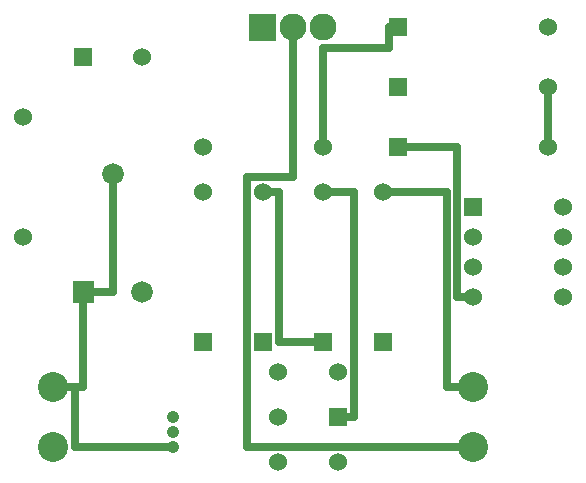
<source format=gbr>
G04 start of page 3 for group 1 idx 1 *
G04 Title: (unknown), solder *
G04 Creator: pcb 20100929 *
G04 CreationDate: Wed Feb  3 23:32:12 2016 UTC *
G04 For: bert *
G04 Format: Gerber/RS-274X *
G04 PCB-Dimensions: 300000 250000 *
G04 PCB-Coordinate-Origin: lower left *
%MOIN*%
%FSLAX25Y25*%
%LNBACK*%
%ADD11C,0.0250*%
%ADD12C,0.0420*%
%ADD13C,0.1000*%
%ADD14C,0.0200*%
%ADD15C,0.0720*%
%ADD16C,0.0600*%
%ADD17C,0.0900*%
%ADD18C,0.0270*%
%ADD19C,0.0500*%
%ADD20C,0.0520*%
%ADD21C,0.0400*%
%ADD22C,0.0360*%
%ADD23C,0.0320*%
%ADD24C,0.0670*%
%ADD25C,0.0280*%
G54D11*X100000Y220000D02*Y170250D01*
X100001Y170251D02*X84749D01*
X110000Y213250D02*Y179999D01*
X132000Y213250D02*X110000D01*
X131999Y220000D02*Y213249D01*
X185000Y200000D02*Y179999D01*
X151249Y165000D02*X130000D01*
X154750Y180000D02*X135000D01*
X135001Y220000D02*X131999D01*
X154749Y180000D02*Y129999D01*
X84749Y170251D02*Y80250D01*
X120251Y165000D02*X110000D01*
X120251Y90000D02*X115000D01*
X110001Y115000D02*X95250D01*
Y165000D02*Y114999D01*
X95251Y165000D02*X90000D01*
X160001Y80251D02*X84749D01*
X160000D02*Y79999D01*
X151248Y165000D02*Y99999D01*
X160001Y100000D02*X151248D01*
X120250Y165000D02*Y89999D01*
X160001Y130000D02*X154749D01*
X40001Y131890D02*X30158D01*
X40000Y171260D02*Y131889D01*
X30159Y100000D02*X23625D01*
X60001Y80000D02*X27250D01*
Y100000D02*Y79999D01*
X27251Y100000D02*X20000D01*
X30158Y131890D02*Y99999D01*
G54D12*X60000Y80000D03*
Y85000D03*
Y90000D03*
G54D13*X20000Y80000D03*
Y100000D03*
G54D14*G36*
X26558Y135490D02*Y128290D01*
X33758D01*
Y135490D01*
X26558D01*
G37*
G36*
X67000Y118000D02*Y112000D01*
X73000D01*
Y118000D01*
X67000D01*
G37*
G54D15*X49843Y131890D03*
G54D14*G36*
X27000Y213000D02*Y207000D01*
X33000D01*
Y213000D01*
X27000D01*
G37*
G54D16*X49685Y210000D03*
G54D15*X40000Y171260D03*
G54D16*X70000Y180000D03*
X10000Y190000D03*
Y150000D03*
G54D14*G36*
X85500Y224500D02*Y215500D01*
X94500D01*
Y224500D01*
X85500D01*
G37*
G54D17*X100000Y220000D03*
X110000D03*
G54D14*G36*
X132000Y223000D02*Y217000D01*
X138000D01*
Y223000D01*
X132000D01*
G37*
G54D16*X185000Y220000D03*
G54D14*G36*
X132000Y183000D02*Y177000D01*
X138000D01*
Y183000D01*
X132000D01*
G37*
G54D16*X185000Y180000D03*
G54D14*G36*
X132000Y203000D02*Y197000D01*
X138000D01*
Y203000D01*
X132000D01*
G37*
G54D16*X185000Y200000D03*
X190000Y130000D03*
Y140000D03*
Y150000D03*
Y160000D03*
X110000Y180000D03*
G54D13*X160000Y100000D03*
G54D16*Y130000D03*
G54D14*G36*
X127000Y118000D02*Y112000D01*
X133000D01*
Y118000D01*
X127000D01*
G37*
G54D13*X160000Y80000D03*
G54D14*G36*
X157000Y163000D02*Y157000D01*
X163000D01*
Y163000D01*
X157000D01*
G37*
G54D16*X160000Y150000D03*
Y140000D03*
X130000Y165000D03*
X110000D03*
X90000D03*
X70000D03*
G54D14*G36*
X112000Y93000D02*Y87000D01*
X118000D01*
Y93000D01*
X112000D01*
G37*
G54D16*X95000Y90000D03*
X115000Y75000D03*
X95000D03*
G54D14*G36*
X107000Y118000D02*Y112000D01*
X113000D01*
Y118000D01*
X107000D01*
G37*
G36*
X87000D02*Y112000D01*
X93000D01*
Y118000D01*
X87000D01*
G37*
G54D16*X115000Y105000D03*
X95000D03*
G54D18*G54D19*G54D20*G54D21*G54D20*G54D22*G54D20*G54D23*G54D24*G54D21*G54D25*G54D23*G54D19*G54D25*G54D21*G54D19*G54D25*G54D21*M02*

</source>
